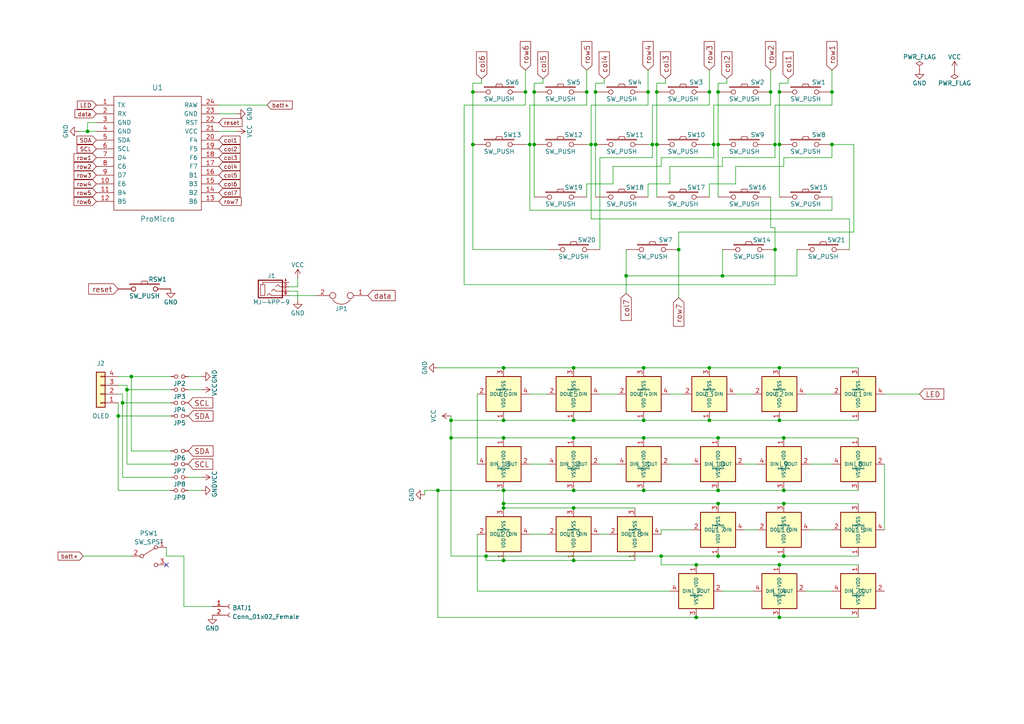
<source format=kicad_sch>
(kicad_sch (version 20230121) (generator eeschema)
  (paper "A4")
  (title_block (title "Corne Chocolate") (date "2018-11-16") (rev "2.0") (company "foostan"))
  (lib_symbols
    (symbol "Connector:Conn_01x02_Female" (pin_names (offset 1.016) hide)
      (property "Reference" "J" (at 0 2.54 0))
      (property "Value" "Conn_01x02_Female" (at 0 -5.08 0))
      (symbol "Conn_01x02_Female_1_1"
        (arc (start 0 -2.032) (mid -0.5058 -2.54) (end 0 -3.048) (stroke (width 0.1524)))
        (polyline (pts (xy -1.27 -2.54) (xy -0.508 -2.54)) (stroke (width 0.1524)))
        (polyline (pts (xy -1.27 0) (xy -0.508 0)) (stroke (width 0.1524)))
        (arc (start 0 0.508) (mid -0.5058 0) (end 0 -0.508) (stroke (width 0.1524)))
        (pin passive line (at -5.08 0 0) (length 3.81) (name "Pin_1") (number "1"))
        (pin passive line (at -5.08 -2.54 0) (length 3.81) (name "Pin_2") (number "2"))
      )
    )
    (symbol "Connector_Generic:Conn_01x04" (pin_names (offset 1.016) hide)
      (property "Reference" "J" (at 0 5.08 0))
      (property "Value" "Conn_01x04" (at 0 -7.62 0))
      (symbol "Conn_01x04_1_1"
        (rectangle (start -1.27 -4.953) (end 0 -5.207) (stroke (width 0.1524)))
        (rectangle (start -1.27 -2.413) (end 0 -2.667) (stroke (width 0.1524)))
        (rectangle (start -1.27 0.127) (end 0 -0.127) (stroke (width 0.1524)))
        (rectangle (start -1.27 2.667) (end 0 2.413) (stroke (width 0.1524)))
        (rectangle (start -1.27 3.81) (end 1.27 -6.35) (stroke (width 0.254)) (fill (type background)))
        (pin passive line (at -5.08 2.54 0) (length 3.81) (name "Pin_1") (number "1"))
        (pin passive line (at -5.08 0 0) (length 3.81) (name "Pin_2") (number "2"))
        (pin passive line (at -5.08 -2.54 0) (length 3.81) (name "Pin_3") (number "3"))
        (pin passive line (at -5.08 -5.08 0) (length 3.81) (name "Pin_4") (number "4"))
      )
    )
    (symbol "Switch:SW_SPDT" (pin_names (offset 0) hide)
      (property "Reference" "SW" (at 0 4.318 0))
      (property "Value" "SW_SPDT" (at 0 -5.08 0))
      (symbol "SW_SPDT_0_0"
        (circle (center -2.032 0) (radius 0.508))
        (circle (center 2.032 -2.54) (radius 0.508))
      )
      (symbol "SW_SPDT_0_1"
        (polyline (pts (xy -1.524 0.254) (xy 1.651 2.286)))
        (circle (center 2.032 2.54) (radius 0.508))
      )
      (symbol "SW_SPDT_1_1"
        (pin passive line (at 5.08 2.54 180) (length 2.54) (name "A") (number "1"))
        (pin passive line (at -5.08 0 0) (length 2.54) (name "B") (number "2"))
        (pin passive line (at 5.08 -2.54 180) (length 2.54) (name "C") (number "3"))
      )
    )
    (symbol "corne-chocolate-rescue:Jumper-Device" (pin_names (offset 0.762) hide)
      (property "Reference" "JP" (at 0 3.81 0))
      (property "Value" "Jumper-Device" (at 0 -2.032 0))
      (symbol "Jumper-Device_0_1"
        (circle (center -2.54 0) (radius 0.889))
        (arc (start 2.5146 1.27) (mid 0.0078 2.5097) (end -2.4892 1.27))
        (circle (center 2.54 0) (radius 0.889))
        (pin passive line (at -7.62 0 0) (length 4.191) (name "1") (number "1"))
        (pin passive line (at 7.62 0 180) (length 4.191) (name "2") (number "2"))
      )
    )
    (symbol "corne-chocolate-rescue:Jumper_NO_Small-Device" (pin_numbers hide) (pin_names (offset 0.762) hide)
      (property "Reference" "JP" (at 0 2.032 0))
      (property "Value" "Jumper_NO_Small-Device" (at 0.254 -1.524 0))
      (symbol "Jumper_NO_Small-Device_0_1"
        (circle (center -1.016 0) (radius 0.508))
        (circle (center 1.016 0) (radius 0.508))
        (pin passive line (at -2.54 0 0) (length 1.016) (name "1") (number "1"))
        (pin passive line (at 2.54 0 180) (length 1.016) (name "2") (number "2"))
      )
    )
    (symbol "corne-chocolate-rescue:MJ-4PP-9-kbd" (pin_names (offset 1.016))
      (property "Reference" "J" (at 0 3.81 0))
      (property "Value" "MJ-4PP-9-kbd" (at 0 -3.81 0))
      (symbol "MJ-4PP-9-kbd_0_1"
        (rectangle (start -1.905 -1.905) (end -3.175 1.27))
        (polyline (pts (xy -2.54 1.27) (xy -2.54 1.905) (xy 3.175 1.905)))
        (polyline (pts (xy -1.27 -1.905) (xy -0.635 -1.27) (xy 0 -1.905) (xy 3.175 -1.905)))
        (polyline (pts (xy 0 -0.635) (xy 0.635 0) (xy 1.27 -0.635) (xy 3.175 -0.635)))
        (polyline (pts (xy 1.27 0.635) (xy 1.905 1.27) (xy 2.54 0.635) (xy 3.175 0.635)))
        (rectangle (start 3.175 2.54) (end -3.81 -2.54) (stroke (width 0.3048)))
      )
      (symbol "MJ-4PP-9-kbd_1_1"
        (pin input line (at 5.08 1.905 180) (length 2.0066) (name "~") (number "A"))
        (pin input line (at 5.08 -1.905 180) (length 2.0066) (name "~") (number "B"))
        (pin input line (at 5.08 -0.635 180) (length 2.0066) (name "~") (number "C"))
        (pin input line (at 5.08 0.635 180) (length 2.0066) (name "~") (number "D"))
      )
    )
    (symbol "corne-chocolate-rescue:ProMicro-kbd" (pin_names (offset 1.016))
      (property "Reference" "U" (at 0 24.13 0))
      (property "Value" "ProMicro-kbd" (at 0 -13.97 0))
      (symbol "ProMicro-kbd_0_1"
        (rectangle (start -12.7 21.59) (end 12.7 -11.43))
      )
      (symbol "ProMicro-kbd_1_1"
        (pin bidirectional line (at -17.78 19.05 0) (length 5.08) (name "TX") (number "1"))
        (pin bidirectional line (at -17.78 -3.81 0) (length 5.08) (name "E6") (number "10"))
        (pin bidirectional line (at -17.78 -6.35 0) (length 5.08) (name "B4") (number "11"))
        (pin bidirectional line (at -17.78 -8.89 0) (length 5.08) (name "B5") (number "12"))
        (pin bidirectional line (at 17.78 -8.89 180) (length 5.08) (name "B6") (number "13"))
        (pin bidirectional line (at 17.78 -6.35 180) (length 5.08) (name "B2") (number "14"))
        (pin bidirectional line (at 17.78 -3.81 180) (length 5.08) (name "B3") (number "15"))
        (pin bidirectional line (at 17.78 -1.27 180) (length 5.08) (name "B1") (number "16"))
        (pin bidirectional line (at 17.78 1.27 180) (length 5.08) (name "F7") (number "17"))
        (pin bidirectional line (at 17.78 3.81 180) (length 5.08) (name "F6") (number "18"))
        (pin bidirectional line (at 17.78 6.35 180) (length 5.08) (name "F5") (number "19"))
        (pin bidirectional line (at -17.78 16.51 0) (length 5.08) (name "RX") (number "2"))
        (pin bidirectional line (at 17.78 8.89 180) (length 5.08) (name "F4") (number "20"))
        (pin power_in line (at 17.78 11.43 180) (length 5.08) (name "VCC") (number "21"))
        (pin input line (at 17.78 13.97 180) (length 5.08) (name "RST") (number "22"))
        (pin power_in line (at 17.78 16.51 180) (length 5.08) (name "GND") (number "23"))
        (pin power_out line (at 17.78 19.05 180) (length 5.08) (name "RAW") (number "24"))
        (pin power_in line (at -17.78 13.97 0) (length 5.08) (name "GND") (number "3"))
        (pin power_in line (at -17.78 11.43 0) (length 5.08) (name "GND") (number "4"))
        (pin bidirectional line (at -17.78 8.89 0) (length 5.08) (name "SDA") (number "5"))
        (pin bidirectional line (at -17.78 6.35 0) (length 5.08) (name "SCL") (number "6"))
        (pin bidirectional line (at -17.78 3.81 0) (length 5.08) (name "D4") (number "7"))
        (pin bidirectional line (at -17.78 1.27 0) (length 5.08) (name "C6") (number "8"))
        (pin bidirectional line (at -17.78 -1.27 0) (length 5.08) (name "D7") (number "9"))
      )
    )
    (symbol "corne-chocolate-rescue:SW_PUSH-kbd" (pin_numbers hide) (pin_names (offset 1.016) hide)
      (property "Reference" "SW" (at 3.81 2.794 0))
      (property "Value" "SW_PUSH-kbd" (at 0 -2.032 0))
      (symbol "SW_PUSH-kbd_0_1"
        (rectangle (start -4.318 1.27) (end 4.318 1.524))
        (polyline (pts (xy -1.016 1.524) (xy -0.762 2.286) (xy 0.762 2.286) (xy 1.016 1.524)))
        (pin passive inverted (at -7.62 0 0) (length 5.08) (name "1") (number "1"))
        (pin passive inverted (at 7.62 0 180) (length 5.08) (name "2") (number "2"))
      )
    )
    (symbol "kbd:YS-SK6812MINI-E" (pin_names (offset 1.016))
      (property "Reference" "LED" (at 2.54 -7.62 0))
      (property "Value" "YS-SK6812MINI-E" (at 6.35 -6.35 0))
      (symbol "YS-SK6812MINI-E_0_1"
        (rectangle (start -5.08 5.08) (end 5.08 -5.08) (stroke (width 0.254)) (fill (type background)))
      )
      (symbol "YS-SK6812MINI-E_1_1"
        (pin power_in line (at 0 7.62 270) (length 2.54) (name "VDD") (number "1"))
        (pin output line (at 7.62 0 180) (length 2.54) (name "DOUT") (number "2"))
        (pin power_in line (at 0 -7.62 90) (length 2.54) (name "VSS") (number "3"))
        (pin input line (at -7.62 0 0) (length 2.54) (name "DIN") (number "4"))
      )
    )
    (symbol "power:GND" (power) (pin_names (offset 0))
      (property "Value" "GND" (at 0 -3.81 0))
      (symbol "GND_0_1"
        (polyline (pts (xy 0 0) (xy 0 -1.27) (xy 1.27 -1.27) (xy 0 -2.54) (xy -1.27 -1.27) (xy 0 -1.27)))
      )
      (symbol "GND_1_1"
        (pin power_in line (at 0 0 270) (length 0) hide (name "GND") (number "1"))
      )
    )
    (symbol "power:PWR_FLAG" (power) (pin_numbers hide) (pin_names (offset 0) hide)
      (property "Value" "PWR_FLAG" (at 0 3.81 0))
      (symbol "PWR_FLAG_0_0"
        (pin power_out line (at 0 0 90) (length 0) (name "pwr") (number "1"))
      )
      (symbol "PWR_FLAG_0_1"
        (polyline (pts (xy 0 0) (xy 0 1.27) (xy -1.016 1.905) (xy 0 2.54) (xy 1.016 1.905) (xy 0 1.27)))
      )
    )
    (symbol "power:VCC" (power) (pin_names (offset 0))
      (property "Value" "VCC" (at 0 3.81 0))
      (symbol "VCC_0_1"
        (polyline (pts (xy -0.762 1.27) (xy 0 2.54)))
        (polyline (pts (xy 0 0) (xy 0 2.54)))
        (polyline (pts (xy 0 2.54) (xy 0.762 1.27)))
      )
      (symbol "VCC_1_1"
        (pin power_in line (at 0 0 90) (length 0) hide (name "VCC") (number "1"))
      )
    )
  )
  (junction (at 227.33 142.24))
  (junction (at 153.67 41.91))
  (junction (at 152.4 26.67))
  (junction (at 207.01 41.91))
  (junction (at 227.33 127))
  (junction (at 226.06 121.92))
  (junction (at 226.06 26.67))
  (junction (at 146.05 106.68))
  (junction (at 186.69 142.24))
  (junction (at 226.06 163.83))
  (junction (at 227.33 146.05))
  (junction (at 36.83 113.03))
  (junction (at 226.06 179.07))
  (junction (at 186.69 106.68))
  (junction (at 146.05 121.92))
  (junction (at 172.72 26.67))
  (junction (at 25.4 38.1))
  (junction (at 208.28 26.67))
  (junction (at 154.94 41.91))
  (junction (at 146.05 127))
  (junction (at 35.56 116.84))
  (junction (at 146.05 146.05))
  (junction (at 205.74 26.67))
  (junction (at 208.28 127))
  (junction (at 186.69 121.92))
  (junction (at 187.96 26.67))
  (junction (at 241.3 41.91))
  (junction (at 189.23 41.91))
  (junction (at 170.18 26.67))
  (junction (at 140.97 161.29))
  (junction (at 166.37 106.68))
  (junction (at 130.81 121.92))
  (junction (at 224.79 41.91))
  (junction (at 208.28 41.91))
  (junction (at 137.16 41.91))
  (junction (at 227.33 161.29))
  (junction (at 146.05 142.24))
  (junction (at 196.85 72.39))
  (junction (at 166.37 147.32))
  (junction (at 208.28 161.29))
  (junction (at 190.5 26.67))
  (junction (at 201.93 163.83))
  (junction (at 226.06 106.68))
  (junction (at 137.16 26.67))
  (junction (at 241.3 26.67))
  (junction (at 166.37 142.24))
  (junction (at 34.29 120.65))
  (junction (at 224.79 72.39))
  (junction (at 205.74 106.68))
  (junction (at 181.61 80.01))
  (junction (at 38.1 109.22))
  (junction (at 201.93 179.07))
  (junction (at 127 142.24))
  (junction (at 154.94 26.67))
  (junction (at 146.05 147.32))
  (junction (at 166.37 127))
  (junction (at 166.37 162.56))
  (junction (at 226.06 41.91))
  (junction (at 205.74 121.92))
  (junction (at 190.5 41.91))
  (junction (at 191.77 161.29))
  (junction (at 223.52 26.67))
  (junction (at 166.37 121.92))
  (junction (at 186.69 127))
  (junction (at 208.28 142.24))
  (junction (at 208.28 146.05))
  (junction (at 146.05 162.56))
  (junction (at 209.55 80.01))
  (junction (at 130.81 127))
  (junction (at 171.45 41.91))
  (junction (at 172.72 41.91))
  (no_connect (at 48.26 163.83))
  (wire (pts (xy 146.05 142.24) (xy 127 142.24)))
  (wire (pts (xy 210.82 24.13) (xy 208.28 24.13)))
  (wire (pts (xy 27.94 35.56) (xy 25.4 35.56)))
  (wire (pts (xy 177.8 53.34) (xy 170.18 53.34)))
  (wire (pts (xy 34.29 109.22) (xy 38.1 109.22)))
  (wire (pts (xy 49.53 116.84) (xy 35.56 116.84)))
  (wire (pts (xy 241.3 41.91) (xy 241.3 45.72)))
  (wire (pts (xy 134.62 30.48) (xy 134.62 82.55)))
  (wire (pts (xy 193.04 24.13) (xy 190.5 24.13)))
  (wire (pts (xy 191.77 45.72) (xy 191.77 48.26)))
  (wire (pts (xy 166.37 142.24) (xy 146.05 142.24)))
  (wire (pts (xy 137.16 26.67) (xy 137.16 41.91)))
  (wire (pts (xy 186.69 106.68) (xy 205.74 106.68)))
  (wire (pts (xy 223.52 66.04) (xy 224.79 66.04)))
  (wire (pts (xy 226.06 106.68) (xy 248.92 106.68)))
  (wire (pts (xy 24.13 161.29) (xy 38.1 161.29)))
  (wire (pts (xy 54.61 138.43) (xy 58.42 138.43)))
  (wire (pts (xy 241.3 20.32) (xy 241.3 26.67)))
  (wire (pts (xy 246.38 63.5) (xy 171.45 63.5)))
  (wire (pts (xy 83.82 85.725) (xy 91.44 85.725)))
  (wire (pts (xy 233.68 171.45) (xy 241.3 171.45)))
  (wire (pts (xy 227.33 161.29) (xy 208.28 161.29)))
  (wire (pts (xy 173.99 45.72) (xy 173.99 72.39)))
  (wire (pts (xy 241.3 45.72) (xy 227.33 45.72)))
  (wire (pts (xy 86.36 83.185) (xy 86.36 80.645)))
  (wire (pts (xy 256.54 134.62) (xy 256.54 153.67)))
  (wire (pts (xy 205.74 20.32) (xy 205.74 26.67)))
  (wire (pts (xy 248.92 161.29) (xy 227.33 161.29)))
  (wire (pts (xy 226.06 41.91) (xy 226.06 57.15)))
  (wire (pts (xy 139.7 24.13) (xy 137.16 24.13)))
  (wire (pts (xy 146.05 127) (xy 130.81 127)))
  (wire (pts (xy 189.23 45.72) (xy 173.99 45.72)))
  (wire (pts (xy 157.48 22.86) (xy 157.48 24.13)))
  (wire (pts (xy 166.37 121.92) (xy 146.05 121.92)))
  (wire (pts (xy 193.04 24.13) (xy 193.04 22.86)))
  (wire (pts (xy 54.61 113.03) (xy 58.42 113.03)))
  (wire (pts (xy 187.96 26.67) (xy 187.96 30.48)))
  (wire (pts (xy 241.3 60.96) (xy 241.3 57.15)))
  (wire (pts (xy 49.53 120.65) (xy 34.29 120.65)))
  (wire (pts (xy 187.96 20.32) (xy 187.96 26.67)))
  (wire (pts (xy 63.5 33.02) (xy 68.58 33.02)))
  (wire (pts (xy 189.23 30.48) (xy 189.23 41.91)))
  (wire (pts (xy 63.5 30.48) (xy 77.47 30.48)))
  (wire (pts (xy 209.55 45.72) (xy 209.55 48.26)))
  (wire (pts (xy 187.96 30.48) (xy 171.45 30.48)))
  (wire (pts (xy 166.37 106.68) (xy 186.69 106.68)))
  (wire (pts (xy 63.5 38.1) (xy 68.58 38.1)))
  (wire (pts (xy 208.28 146.05) (xy 146.05 146.05)))
  (wire (pts (xy 213.36 114.3) (xy 218.44 114.3)))
  (wire (pts (xy 36.83 111.76) (xy 36.83 113.03)))
  (wire (pts (xy 54.61 109.22) (xy 58.42 109.22)))
  (wire (pts (xy 48.26 161.29) (xy 53.34 161.29)))
  (wire (pts (xy 130.81 127) (xy 130.81 161.29)))
  (wire (pts (xy 189.23 41.91) (xy 187.96 41.91)))
  (wire (pts (xy 208.28 24.13) (xy 208.28 26.67)))
  (wire (pts (xy 208.28 41.91) (xy 208.28 57.15)))
  (wire (pts (xy 226.06 121.92) (xy 205.74 121.92)))
  (wire (pts (xy 190.5 24.13) (xy 190.5 26.67)))
  (wire (pts (xy 173.99 134.62) (xy 179.07 134.62)))
  (wire (pts (xy 196.85 67.31) (xy 247.65 67.31)))
  (wire (pts (xy 34.29 114.3) (xy 35.56 114.3)))
  (wire (pts (xy 35.56 114.3) (xy 35.56 116.84)))
  (wire (pts (xy 153.67 154.94) (xy 158.75 154.94)))
  (wire (pts (xy 154.94 41.91) (xy 154.94 57.15)))
  (wire (pts (xy 48.26 158.75) (xy 48.26 161.29)))
  (wire (pts (xy 210.82 22.86) (xy 210.82 24.13)))
  (wire (pts (xy 248.92 127) (xy 227.33 127)))
  (wire (pts (xy 246.38 72.39) (xy 246.38 63.5)))
  (wire (pts (xy 226.06 24.13) (xy 226.06 26.67)))
  (wire (pts (xy 152.4 20.32) (xy 152.4 26.67)))
  (wire (pts (xy 36.83 113.03) (xy 36.83 134.62)))
  (wire (pts (xy 227.33 48.26) (xy 213.36 48.26)))
  (wire (pts (xy 153.67 114.3) (xy 158.75 114.3)))
  (wire (pts (xy 227.33 45.72) (xy 227.33 48.26)))
  (wire (pts (xy 181.61 85.09) (xy 181.61 80.01)))
  (wire (pts (xy 137.16 72.39) (xy 137.16 41.91)))
  (wire (pts (xy 207.01 45.72) (xy 191.77 45.72)))
  (wire (pts (xy 38.1 109.22) (xy 38.1 130.81)))
  (wire (pts (xy 140.97 161.29) (xy 130.81 161.29)))
  (wire (pts (xy 86.36 84.455) (xy 86.36 86.995)))
  (wire (pts (xy 175.26 22.86) (xy 175.26 24.13)))
  (wire (pts (xy 172.72 24.13) (xy 172.72 26.67)))
  (wire (pts (xy 208.28 161.29) (xy 191.77 161.29)))
  (wire (pts (xy 184.15 147.32) (xy 166.37 147.32)))
  (wire (pts (xy 205.74 53.34) (xy 205.74 57.15)))
  (wire (pts (xy 226.06 179.07) (xy 201.93 179.07)))
  (wire (pts (xy 223.52 26.67) (xy 223.52 30.48)))
  (wire (pts (xy 228.6 22.86) (xy 228.6 24.13)))
  (wire (pts (xy 209.55 171.45) (xy 218.44 171.45)))
  (wire (pts (xy 224.79 82.55) (xy 224.79 72.39)))
  (wire (pts (xy 137.16 24.13) (xy 137.16 26.67)))
  (wire (pts (xy 146.05 142.24) (xy 146.05 146.05)))
  (wire (pts (xy 223.52 20.32) (xy 223.52 26.67)))
  (wire (pts (xy 152.4 30.48) (xy 134.62 30.48)))
  (wire (pts (xy 138.43 171.45) (xy 194.31 171.45)))
  (wire (pts (xy 166.37 162.56) (xy 146.05 162.56)))
  (wire (pts (xy 194.31 134.62) (xy 200.66 134.62)))
  (wire (pts (xy 209.55 72.39) (xy 209.55 80.01)))
  (wire (pts (xy 186.69 127) (xy 166.37 127)))
  (wire (pts (xy 134.62 82.55) (xy 224.79 82.55)))
  (wire (pts (xy 191.77 48.26) (xy 177.8 48.26)))
  (wire (pts (xy 233.68 114.3) (xy 241.3 114.3)))
  (wire (pts (xy 208.28 127) (xy 186.69 127)))
  (wire (pts (xy 130.81 121.92) (xy 130.81 127)))
  (wire (pts (xy 256.54 114.3) (xy 266.7 114.3)))
  (wire (pts (xy 181.61 80.01) (xy 209.55 80.01)))
  (wire (pts (xy 154.94 26.67) (xy 154.94 41.91)))
  (wire (pts (xy 241.3 30.48) (xy 224.79 30.48)))
  (wire (pts (xy 248.92 121.92) (xy 226.06 121.92)))
  (wire (pts (xy 138.43 154.94) (xy 138.43 171.45)))
  (wire (pts (xy 157.48 24.13) (xy 154.94 24.13)))
  (wire (pts (xy 248.92 146.05) (xy 227.33 146.05)))
  (wire (pts (xy 34.29 116.84) (xy 34.29 120.65)))
  (wire (pts (xy 152.4 26.67) (xy 152.4 30.48)))
  (wire (pts (xy 53.34 161.29) (xy 53.34 175.895)))
  (wire (pts (xy 184.15 162.56) (xy 166.37 162.56)))
  (wire (pts (xy 248.92 163.83) (xy 226.06 163.83)))
  (wire (pts (xy 38.1 109.22) (xy 49.53 109.22)))
  (wire (pts (xy 227.33 142.24) (xy 208.28 142.24)))
  (wire (pts (xy 25.4 35.56) (xy 25.4 38.1)))
  (wire (pts (xy 190.5 26.67) (xy 190.5 41.91)))
  (wire (pts (xy 146.05 106.68) (xy 166.37 106.68)))
  (wire (pts (xy 215.9 153.67) (xy 219.71 153.67)))
  (wire (pts (xy 191.77 153.67) (xy 191.77 154.94)))
  (wire (pts (xy 207.01 41.91) (xy 205.74 41.91)))
  (wire (pts (xy 209.55 48.26) (xy 194.31 48.26)))
  (wire (pts (xy 207.01 30.48) (xy 207.01 41.91)))
  (wire (pts (xy 234.95 134.62) (xy 241.3 134.62)))
  (wire (pts (xy 234.95 153.67) (xy 241.3 153.67)))
  (wire (pts (xy 83.82 83.185) (xy 86.36 83.185)))
  (wire (pts (xy 186.69 121.92) (xy 166.37 121.92)))
  (wire (pts (xy 205.74 26.67) (xy 205.74 30.48)))
  (wire (pts (xy 201.93 179.07) (xy 127 179.07)))
  (wire (pts (xy 153.67 60.96) (xy 241.3 60.96)))
  (wire (pts (xy 140.97 162.56) (xy 140.97 161.29)))
  (wire (pts (xy 231.14 72.39) (xy 231.14 80.01)))
  (wire (pts (xy 194.31 114.3) (xy 198.12 114.3)))
  (wire (pts (xy 213.36 53.34) (xy 205.74 53.34)))
  (wire (pts (xy 138.43 114.3) (xy 138.43 134.62)))
  (wire (pts (xy 213.36 48.26) (xy 213.36 53.34)))
  (wire (pts (xy 190.5 41.91) (xy 190.5 57.15)))
  (wire (pts (xy 170.18 30.48) (xy 153.67 30.48)))
  (wire (pts (xy 226.06 26.67) (xy 226.06 41.91)))
  (wire (pts (xy 224.79 66.04) (xy 224.79 72.39)))
  (wire (pts (xy 175.26 24.13) (xy 172.72 24.13)))
  (wire (pts (xy 170.18 53.34) (xy 170.18 57.15)))
  (wire (pts (xy 215.9 134.62) (xy 219.71 134.62)))
  (wire (pts (xy 172.72 41.91) (xy 172.72 57.15)))
  (wire (pts (xy 146.05 121.92) (xy 130.81 121.92)))
  (wire (pts (xy 127 179.07) (xy 127 142.24)))
  (wire (pts (xy 177.8 48.26) (xy 177.8 53.34)))
  (wire (pts (xy 205.74 121.92) (xy 186.69 121.92)))
  (wire (pts (xy 172.72 26.67) (xy 172.72 41.91)))
  (wire (pts (xy 187.96 53.34) (xy 187.96 57.15)))
  (wire (pts (xy 205.74 106.68) (xy 226.06 106.68)))
  (wire (pts (xy 83.82 84.455) (xy 86.36 84.455)))
  (wire (pts (xy 49.53 113.03) (xy 36.83 113.03)))
  (wire (pts (xy 248.92 179.07) (xy 226.06 179.07)))
  (wire (pts (xy 170.18 26.67) (xy 170.18 30.48)))
  (wire (pts (xy 209.55 80.01) (xy 231.14 80.01)))
  (wire (pts (xy 34.29 111.76) (xy 36.83 111.76)))
  (wire (pts (xy 153.67 30.48) (xy 153.67 41.91)))
  (wire (pts (xy 191.77 163.83) (xy 191.77 161.29)))
  (wire (pts (xy 226.06 163.83) (xy 201.93 163.83)))
  (wire (pts (xy 223.52 30.48) (xy 207.01 30.48)))
  (wire (pts (xy 223.52 57.15) (xy 223.52 66.04)))
  (wire (pts (xy 224.79 41.91) (xy 223.52 41.91)))
  (wire (pts (xy 227.33 127) (xy 208.28 127)))
  (wire (pts (xy 34.29 142.24) (xy 49.53 142.24)))
  (wire (pts (xy 166.37 147.32) (xy 146.05 147.32)))
  (wire (pts (xy 153.67 41.91) (xy 153.67 60.96)))
  (wire (pts (xy 173.99 114.3) (xy 179.07 114.3)))
  (wire (pts (xy 154.94 24.13) (xy 154.94 26.67)))
  (wire (pts (xy 201.93 163.83) (xy 191.77 163.83)))
  (wire (pts (xy 146.05 162.56) (xy 140.97 162.56)))
  (wire (pts (xy 22.86 38.1) (xy 25.4 38.1)))
  (wire (pts (xy 153.67 41.91) (xy 152.4 41.91)))
  (wire (pts (xy 38.1 130.81) (xy 49.53 130.81)))
  (wire (pts (xy 158.75 72.39) (xy 137.16 72.39)))
  (wire (pts (xy 171.45 41.91) (xy 171.45 63.5)))
  (wire (pts (xy 127 142.24) (xy 123.19 142.24)))
  (wire (pts (xy 208.28 26.67) (xy 208.28 41.91)))
  (wire (pts (xy 170.18 20.32) (xy 170.18 26.67)))
  (wire (pts (xy 34.29 120.65) (xy 34.29 142.24)))
  (wire (pts (xy 54.61 142.24) (xy 58.42 142.24)))
  (wire (pts (xy 53.34 175.895) (xy 61.595 175.895)))
  (wire (pts (xy 205.74 30.48) (xy 189.23 30.48)))
  (wire (pts (xy 146.05 146.05) (xy 146.05 147.32)))
  (wire (pts (xy 139.7 22.86) (xy 139.7 24.13)))
  (wire (pts (xy 241.3 26.67) (xy 241.3 30.48)))
  (wire (pts (xy 191.77 161.29) (xy 140.97 161.29)))
  (wire (pts (xy 127 106.68) (xy 146.05 106.68)))
  (wire (pts (xy 166.37 127) (xy 146.05 127)))
  (wire (pts (xy 224.79 30.48) (xy 224.79 41.91)))
  (wire (pts (xy 194.31 53.34) (xy 187.96 53.34)))
  (wire (pts (xy 171.45 30.48) (xy 171.45 41.91)))
  (wire (pts (xy 123.19 142.24) (xy 123.19 143.51)))
  (wire (pts (xy 207.01 41.91) (xy 207.01 45.72)))
  (wire (pts (xy 189.23 41.91) (xy 189.23 45.72)))
  (wire (pts (xy 25.4 38.1) (xy 27.94 38.1)))
  (wire (pts (xy 173.99 154.94) (xy 176.53 154.94)))
  (wire (pts (xy 200.66 153.67) (xy 191.77 153.67)))
  (wire (pts (xy 181.61 72.39) (xy 181.61 80.01)))
  (wire (pts (xy 194.31 48.26) (xy 194.31 53.34)))
  (wire (pts (xy 36.83 134.62) (xy 49.53 134.62)))
  (wire (pts (xy 130.81 121.92) (xy 130.81 120.65)))
  (wire (pts (xy 196.85 72.39) (xy 196.85 86.36)))
  (wire (pts (xy 171.45 41.91) (xy 170.18 41.91)))
  (wire (pts (xy 248.92 142.24) (xy 227.33 142.24)))
  (wire (pts (xy 224.79 45.72) (xy 209.55 45.72)))
  (wire (pts (xy 196.85 72.39) (xy 196.85 67.31)))
  (wire (pts (xy 153.67 134.62) (xy 158.75 134.62)))
  (wire (pts (xy 208.28 142.24) (xy 186.69 142.24)))
  (wire (pts (xy 186.69 142.24) (xy 166.37 142.24)))
  (wire (pts (xy 227.33 146.05) (xy 208.28 146.05)))
  (wire (pts (xy 247.65 41.91) (xy 241.3 41.91)))
  (wire (pts (xy 247.65 67.31) (xy 247.65 41.91)))
  (wire (pts (xy 35.56 116.84) (xy 35.56 138.43)))
  (wire (pts (xy 228.6 24.13) (xy 226.06 24.13)))
  (wire (pts (xy 35.56 138.43) (xy 49.53 138.43)))
  (wire (pts (xy 224.79 41.91) (xy 224.79 45.72)))
  (global_label "row3" (shape input) (at 205.74 20.32 90) (effects (font (size 1.524 1.524))) (property "Intersheetrefs" "${INTERSHEET_REFS}" (effects hide)))
  (global_label "col6" (shape input) (at 63.5 53.34 0) (effects (font (size 1.1938 1.1938))) (property "Intersheetrefs" "${INTERSHEET_REFS}" (effects hide)))
  (global_label "data" (shape input) (at 27.94 33.02 180) (effects (font (size 1.1938 1.1938))) (property "Intersheetrefs" "${INTERSHEET_REFS}" (effects hide)))
  (global_label "row6" (shape input) (at 152.4 20.32 90) (effects (font (size 1.524 1.524))) (property "Intersheetrefs" "${INTERSHEET_REFS}" (effects hide)))
  (global_label "SDA" (shape input) (at 54.61 130.81 0) (effects (font (size 1.524 1.524))) (property "Intersheetrefs" "${INTERSHEET_REFS}" (effects hide)))
  (global_label "col7" (shape input) (at 63.5 55.88 0) (effects (font (size 1.1938 1.1938))) (property "Intersheetrefs" "${INTERSHEET_REFS}" (effects hide)))
  (global_label "col2" (shape input) (at 210.82 22.86 90) (effects (font (size 1.524 1.524))) (property "Intersheetrefs" "${INTERSHEET_REFS}" (effects hide)))
  (global_label "SDA" (shape input) (at 54.61 120.65 0) (effects (font (size 1.524 1.524))) (property "Intersheetrefs" "${INTERSHEET_REFS}" (effects hide)))
  (global_label "data" (shape input) (at 106.68 85.725 0) (effects (font (size 1.524 1.524))) (property "Intersheetrefs" "${INTERSHEET_REFS}" (effects hide)))
  (global_label "col4" (shape input) (at 175.26 22.86 90) (effects (font (size 1.524 1.524))) (property "Intersheetrefs" "${INTERSHEET_REFS}" (effects hide)))
  (global_label "LED" (shape input) (at 266.7 114.3 0) (effects (font (size 1.524 1.524))) (property "Intersheetrefs" "${INTERSHEET_REFS}" (effects hide)))
  (global_label "row1" (shape input) (at 241.3 20.32 90) (effects (font (size 1.524 1.524))) (property "Intersheetrefs" "${INTERSHEET_REFS}" (effects hide)))
  (global_label "col1" (shape input) (at 228.6 22.86 90) (effects (font (size 1.524 1.524))) (property "Intersheetrefs" "${INTERSHEET_REFS}" (effects hide)))
  (global_label "reset" (shape input) (at 34.29 83.82 180) (effects (font (size 1.524 1.524))) (property "Intersheetrefs" "${INTERSHEET_REFS}" (effects hide)))
  (global_label "row3" (shape input) (at 27.94 50.8 180) (effects (font (size 1.1938 1.1938))) (property "Intersheetrefs" "${INTERSHEET_REFS}" (effects hide)))
  (global_label "batt+" (shape input) (at 77.47 30.48 0) (effects (font (size 1.1938 1.1938))) (property "Intersheetrefs" "${INTERSHEET_REFS}" (effects hide)))
  (global_label "col5" (shape input) (at 63.5 50.8 0) (effects (font (size 1.1938 1.1938))) (property "Intersheetrefs" "${INTERSHEET_REFS}" (effects hide)))
  (global_label "row4" (shape input) (at 27.94 53.34 180) (effects (font (size 1.1938 1.1938))) (property "Intersheetrefs" "${INTERSHEET_REFS}" (effects hide)))
  (global_label "col7" (shape input) (at 181.61 85.09 270) (effects (font (size 1.524 1.524))) (property "Intersheetrefs" "${INTERSHEET_REFS}" (effects hide)))
  (global_label "LED" (shape input) (at 27.94 30.48 180) (effects (font (size 1.1938 1.1938))) (property "Intersheetrefs" "${INTERSHEET_REFS}" (effects hide)))
  (global_label "row5" (shape input) (at 170.18 20.32 90) (effects (font (size 1.524 1.524))) (property "Intersheetrefs" "${INTERSHEET_REFS}" (effects hide)))
  (global_label "col5" (shape input) (at 157.48 22.86 90) (effects (font (size 1.524 1.524))) (property "Intersheetrefs" "${INTERSHEET_REFS}" (effects hide)))
  (global_label "SCL" (shape input) (at 27.94 43.18 180) (effects (font (size 1.1938 1.1938))) (property "Intersheetrefs" "${INTERSHEET_REFS}" (effects hide)))
  (global_label "row2" (shape input) (at 223.52 20.32 90) (effects (font (size 1.524 1.524))) (property "Intersheetrefs" "${INTERSHEET_REFS}" (effects hide)))
  (global_label "col6" (shape input) (at 139.7 22.86 90) (effects (font (size 1.524 1.524))) (property "Intersheetrefs" "${INTERSHEET_REFS}" (effects hide)))
  (global_label "SCL" (shape input) (at 54.61 116.84 0) (effects (font (size 1.524 1.524))) (property "Intersheetrefs" "${INTERSHEET_REFS}" (effects hide)))
  (global_label "col2" (shape input) (at 63.5 43.18 0) (effects (font (size 1.1938 1.1938))) (property "Intersheetrefs" "${INTERSHEET_REFS}" (effects hide)))
  (global_label "SCL" (shape input) (at 54.61 134.62 0) (effects (font (size 1.524 1.524))) (property "Intersheetrefs" "${INTERSHEET_REFS}" (effects hide)))
  (global_label "reset" (shape input) (at 63.5 35.56 0) (effects (font (size 1.1938 1.1938))) (property "Intersheetrefs" "${INTERSHEET_REFS}" (effects hide)))
  (global_label "row7" (shape input) (at 196.85 86.36 270) (effects (font (size 1.524 1.524))) (property "Intersheetrefs" "${INTERSHEET_REFS}" (effects hide)))
  (global_label "row7" (shape input) (at 63.5 58.42 0) (effects (font (size 1.1938 1.1938))) (property "Intersheetrefs" "${INTERSHEET_REFS}" (effects hide)))
  (global_label "col4" (shape input) (at 63.5 48.26 0) (effects (font (size 1.1938 1.1938))) (property "Intersheetrefs" "${INTERSHEET_REFS}" (effects hide)))
  (global_label "batt+" (shape input) (at 24.13 161.29 180) (effects (font (size 1.1938 1.1938))) (property "Intersheetrefs" "${INTERSHEET_REFS}" (effects hide)))
  (global_label "row5" (shape input) (at 27.94 55.88 180) (effects (font (size 1.1938 1.1938))) (property "Intersheetrefs" "${INTERSHEET_REFS}" (effects hide)))
  (global_label "row6" (shape input) (at 27.94 58.42 180) (effects (font (size 1.1938 1.1938))) (property "Intersheetrefs" "${INTERSHEET_REFS}" (effects hide)))
  (global_label "col3" (shape input) (at 63.5 45.72 0) (effects (font (size 1.1938 1.1938))) (property "Intersheetrefs" "${INTERSHEET_REFS}" (effects hide)))
  (global_label "col1" (shape input) (at 63.5 40.64 0) (effects (font (size 1.1938 1.1938))) (property "Intersheetrefs" "${INTERSHEET_REFS}" (effects hide)))
  (global_label "SDA" (shape input) (at 27.94 40.64 180) (effects (font (size 1.1938 1.1938))) (property "Intersheetrefs" "${INTERSHEET_REFS}" (effects hide)))
  (global_label "row2" (shape input) (at 27.94 48.26 180) (effects (font (size 1.1938 1.1938))) (property "Intersheetrefs" "${INTERSHEET_REFS}" (effects hide)))
  (global_label "row4" (shape input) (at 187.96 20.32 90) (effects (font (size 1.524 1.524))) (property "Intersheetrefs" "${INTERSHEET_REFS}" (effects hide)))
  (global_label "row1" (shape input) (at 27.94 45.72 180) (effects (font (size 1.1938 1.1938))) (property "Intersheetrefs" "${INTERSHEET_REFS}" (effects hide)))
  (global_label "col3" (shape input) (at 193.04 22.86 90) (effects (font (size 1.524 1.524))) (property "Intersheetrefs" "${INTERSHEET_REFS}" (effects hide)))
  (symbol (lib_id "corne-chocolate-rescue:ProMicro-kbd") (at 45.72 49.53 0) (unit 1)
    (property "Reference" "U1" (at 45.72 25.4 0) (effects (font (size 1.524 1.524))))
    (property "Value" "ProMicro" (at 45.72 63.5 0) (effects (font (size 1.524 1.524))))
    (property "Footprint" "kbd:ProMicro_v2" (effects hide))
  )
  (symbol (lib_id "corne-chocolate-rescue:SW_PUSH-kbd") (at 162.56 26.67 0) (unit 1)
    (property "Reference" "SW5" (at 166.37 23.876 0))
    (property "Value" "SW_PUSH" (at 162.56 28.702 0))
    (property "Footprint" "MyLibrary:Choc_Hotswap" (effects hide))
  )
  (symbol (lib_id "corne-chocolate-rescue:SW_PUSH-kbd") (at 180.34 26.67 0) (unit 1)
    (property "Reference" "SW4" (at 184.15 23.876 0))
    (property "Value" "SW_PUSH" (at 180.34 28.702 0))
    (property "Footprint" "MyLibrary:Choc_Hotswap" (effects hide))
  )
  (symbol (lib_id "corne-chocolate-rescue:SW_PUSH-kbd") (at 198.12 26.67 0) (unit 1)
    (property "Reference" "SW3" (at 201.93 23.876 0))
    (property "Value" "SW_PUSH" (at 198.12 28.702 0))
    (property "Footprint" "MyLibrary:Choc_Hotswap" (effects hide))
  )
  (symbol (lib_id "corne-chocolate-rescue:SW_PUSH-kbd") (at 215.9 26.67 0) (unit 1)
    (property "Reference" "SW2" (at 219.71 23.876 0))
    (property "Value" "SW_PUSH" (at 215.9 28.702 0))
    (property "Footprint" "MyLibrary:Choc_Hotswap" (effects hide))
  )
  (symbol (lib_id "corne-chocolate-rescue:SW_PUSH-kbd") (at 233.68 26.67 0) (unit 1)
    (property "Reference" "SW1" (at 237.49 23.876 0))
    (property "Value" "SW_PUSH" (at 233.68 28.702 0))
    (property "Footprint" "MyLibrary:Choc_Hotswap" (effects hide))
  )
  (symbol (lib_id "corne-chocolate-rescue:SW_PUSH-kbd") (at 144.78 26.67 0) (unit 1)
    (property "Reference" "SW6" (at 148.59 23.876 0))
    (property "Value" "SW_PUSH" (at 144.78 28.702 0))
    (property "Footprint" "MyLibrary:Choc_Hotswap" (effects hide))
  )
  (symbol (lib_id "corne-chocolate-rescue:SW_PUSH-kbd") (at 162.56 41.91 0) (unit 1)
    (property "Reference" "SW12" (at 166.37 39.116 0))
    (property "Value" "SW_PUSH" (at 162.56 43.942 0))
    (property "Footprint" "MyLibrary:Choc_Hotswap" (effects hide))
  )
  (symbol (lib_id "corne-chocolate-rescue:SW_PUSH-kbd") (at 180.34 41.91 0) (unit 1)
    (property "Reference" "SW11" (at 184.15 39.116 0))
    (property "Value" "SW_PUSH" (at 180.34 43.942 0))
    (property "Footprint" "MyLibrary:Choc_Hotswap" (effects hide))
  )
  (symbol (lib_id "corne-chocolate-rescue:SW_PUSH-kbd") (at 198.12 41.91 0) (unit 1)
    (property "Reference" "SW10" (at 201.93 39.116 0))
    (property "Value" "SW_PUSH" (at 198.12 43.942 0))
    (property "Footprint" "MyLibrary:Choc_Hotswap" (effects hide))
  )
  (symbol (lib_id "corne-chocolate-rescue:SW_PUSH-kbd") (at 215.9 41.91 0) (unit 1)
    (property "Reference" "SW9" (at 219.71 39.116 0))
    (property "Value" "SW_PUSH" (at 215.9 43.942 0))
    (property "Footprint" "MyLibrary:Choc_Hotswap" (effects hide))
  )
  (symbol (lib_id "corne-chocolate-rescue:SW_PUSH-kbd") (at 233.68 41.91 0) (unit 1)
    (property "Reference" "SW8" (at 237.49 39.116 0))
    (property "Value" "SW_PUSH" (at 233.68 43.942 0))
    (property "Footprint" "MyLibrary:Choc_Hotswap" (effects hide))
  )
  (symbol (lib_id "corne-chocolate-rescue:SW_PUSH-kbd") (at 144.78 41.91 0) (unit 1)
    (property "Reference" "SW13" (at 148.59 39.116 0))
    (property "Value" "SW_PUSH" (at 144.78 43.942 0))
    (property "Footprint" "MyLibrary:Choc_Hotswap" (effects hide))
  )
  (symbol (lib_id "corne-chocolate-rescue:SW_PUSH-kbd") (at 162.56 57.15 0) (unit 1)
    (property "Reference" "SW19" (at 166.37 54.356 0))
    (property "Value" "SW_PUSH" (at 162.56 59.182 0))
    (property "Footprint" "MyLibrary:Choc_Hotswap" (effects hide))
  )
  (symbol (lib_id "corne-chocolate-rescue:SW_PUSH-kbd") (at 180.34 57.15 0) (unit 1)
    (property "Reference" "SW18" (at 184.15 54.356 0))
    (property "Value" "SW_PUSH" (at 180.34 59.182 0))
    (property "Footprint" "MyLibrary:Choc_Hotswap" (effects hide))
  )
  (symbol (lib_id "corne-chocolate-rescue:SW_PUSH-kbd") (at 198.12 57.15 0) (unit 1)
    (property "Reference" "SW17" (at 201.93 54.356 0))
    (property "Value" "SW_PUSH" (at 198.12 59.182 0))
    (property "Footprint" "MyLibrary:Choc_Hotswap" (effects hide))
  )
  (symbol (lib_id "corne-chocolate-rescue:SW_PUSH-kbd") (at 215.9 57.15 0) (unit 1)
    (property "Reference" "SW16" (at 219.71 54.356 0))
    (property "Value" "SW_PUSH" (at 215.9 59.182 0))
    (property "Footprint" "MyLibrary:Choc_Hotswap" (effects hide))
  )
  (symbol (lib_id "corne-chocolate-rescue:SW_PUSH-kbd") (at 233.68 57.15 0) (unit 1)
    (property "Reference" "SW15" (at 237.49 54.356 0))
    (property "Value" "SW_PUSH" (at 233.68 59.182 0))
    (property "Footprint" "MyLibrary:Choc_Hotswap" (effects hide))
  )
  (symbol (lib_id "corne-chocolate-rescue:SW_PUSH-kbd") (at 166.37 72.39 0) (unit 1)
    (property "Reference" "SW20" (at 170.18 69.596 0))
    (property "Value" "SW_PUSH" (at 166.37 74.422 0))
    (property "Footprint" "MyLibrary:Choc_Hotswap" (effects hide))
  )
  (symbol (lib_id "corne-chocolate-rescue:SW_PUSH-kbd") (at 238.76 72.39 0) (unit 1)
    (property "Reference" "SW21" (at 242.57 69.596 0))
    (property "Value" "SW_PUSH" (at 238.76 74.422 0))
    (property "Footprint" "MyLibrary:Choc_Hotswap" (effects hide))
  )
  (symbol (lib_id "corne-chocolate-rescue:SW_PUSH-kbd") (at 189.23 72.39 0) (unit 1)
    (property "Reference" "SW7" (at 193.04 69.596 0))
    (property "Value" "SW_PUSH" (at 189.23 74.422 0))
    (property "Footprint" "MyLibrary:Choc_Hotswap" (effects hide))
  )
  (symbol (lib_id "corne-chocolate-rescue:SW_PUSH-kbd") (at 217.17 72.39 0) (unit 1)
    (property "Reference" "SW14" (at 220.98 69.596 0))
    (property "Value" "SW_PUSH" (at 217.17 74.422 0))
    (property "Footprint" "MyLibrary:Choc_Hotswap_1.5u" (effects hide))
  )
  (symbol (lib_id "power:GND") (at 68.58 33.02 90) (unit 1)
    (property "Reference" "#PWR01" (effects hide))
    (property "Value" "GND" (at 72.39 33.02 0))
  )
  (symbol (lib_id "power:VCC") (at 68.58 38.1 270) (unit 1)
    (property "Reference" "#PWR023" (effects hide))
    (property "Value" "VCC" (at 72.39 38.1 0))
  )
  (symbol (lib_id "power:GND") (at 22.86 38.1 270) (unit 1)
    (property "Reference" "#PWR02" (effects hide))
    (property "Value" "GND" (at 19.05 38.1 0))
  )
  (symbol (lib_id "power:GND") (at 266.7 20.32 0) (unit 1)
    (property "Reference" "#PWR03" (effects hide))
    (property "Value" "GND" (at 266.7 24.13 0))
  )
  (symbol (lib_id "power:VCC") (at 276.86 20.32 0) (unit 1)
    (property "Reference" "#PWR04" (effects hide))
    (property "Value" "VCC" (at 276.86 16.51 0))
  )
  (symbol (lib_id "power:PWR_FLAG") (at 276.86 20.32 180) (unit 1)
    (property "Reference" "#FLG05" (effects hide))
    (property "Value" "PWR_FLAG" (at 276.86 24.13 0))
  )
  (symbol (lib_id "power:PWR_FLAG") (at 266.7 20.32 0) (unit 1)
    (property "Reference" "#FLG06" (effects hide))
    (property "Value" "PWR_FLAG" (at 266.7 16.51 0))
  )
  (symbol (lib_id "corne-chocolate-rescue:SW_PUSH-kbd") (at 41.91 83.82 0) (unit 1)
    (property "Reference" "RSW1" (at 45.72 81.026 0))
    (property "Value" "SW_PUSH" (at 41.91 85.852 0))
    (property "Footprint" "kbd:ResetSW" (effects hide))
  )
  (symbol (lib_id "power:GND") (at 49.53 83.82 0) (unit 1)
    (property "Reference" "#PWR07" (effects hide))
    (property "Value" "GND" (at 49.53 87.63 0))
  )
  (symbol (lib_id "kbd:YS-SK6812MINI-E") (at 166.37 114.3 180) (unit 1)
    (property "Reference" "L5" (at 166.37 114.3 0) (effects (font (size 1.4986 1.4986))))
    (property "Value" "SK6812MINI" (at 166.37 113.03 0) (effects (font (size 0.4064 0.4064))))
    (property "Footprint" "kbd:YS-SK6812MINI-E" (effects hide))
  )
  (symbol (lib_id "kbd:YS-SK6812MINI-E") (at 186.69 114.3 180) (unit 1)
    (property "Reference" "L4" (at 186.69 114.3 0) (effects (font (size 1.4986 1.4986))))
    (property "Value" "SK6812MINI" (at 186.69 113.03 0) (effects (font (size 0.4064 0.4064))))
    (property "Footprint" "kbd:YS-SK6812MINI-E" (effects hide))
  )
  (symbol (lib_id "kbd:YS-SK6812MINI-E") (at 205.74 114.3 180) (unit 1)
    (property "Reference" "L3" (at 205.74 114.3 0) (effects (font (size 1.4986 1.4986))))
    (property "Value" "SK6812MINI" (at 205.74 113.03 0) (effects (font (size 0.4064 0.4064))))
    (property "Footprint" "kbd:YS-SK6812MINI-E" (effects hide))
  )
  (symbol (lib_id "kbd:YS-SK6812MINI-E") (at 226.06 114.3 180) (unit 1)
    (property "Reference" "L2" (at 226.06 114.3 0) (effects (font (size 1.4986 1.4986))))
    (property "Value" "SK6812MINI" (at 226.06 113.03 0) (effects (font (size 0.4064 0.4064))))
    (property "Footprint" "kbd:YS-SK6812MINI-E" (effects hide))
  )
  (symbol (lib_id "kbd:YS-SK6812MINI-E") (at 248.92 114.3 180) (unit 1)
    (property "Reference" "L1" (at 248.92 114.3 0) (effects (font (size 1.4986 1.4986))))
    (property "Value" "SK6812MINI" (at 248.92 113.03 0) (effects (font (size 0.4064 0.4064))))
    (property "Footprint" "kbd:YS-SK6812MINI-E" (effects hide))
  )
  (symbol (lib_id "kbd:YS-SK6812MINI-E") (at 146.05 114.3 180) (unit 1)
    (property "Reference" "L6" (at 146.05 114.3 0) (effects (font (size 1.4986 1.4986))))
    (property "Value" "SK6812MINI-e" (at 146.05 113.03 0) (effects (font (size 0.4064 0.4064))))
    (property "Footprint" "kbd:YS-SK6812MINI-E" (effects hide))
  )
  (symbol (lib_id "kbd:YS-SK6812MINI-E") (at 166.37 134.62 0) (unit 1)
    (property "Reference" "L12" (at 166.37 134.62 0) (effects (font (size 1.4986 1.4986))))
    (property "Value" "SK6812MINI" (at 166.37 135.89 0) (effects (font (size 0.4064 0.4064))))
    (property "Footprint" "kbd:YS-SK6812MINI-E" (effects hide))
  )
  (symbol (lib_id "kbd:YS-SK6812MINI-E") (at 186.69 134.62 0) (unit 1)
    (property "Reference" "L11" (at 186.69 134.62 0) (effects (font (size 1.4986 1.4986))))
    (property "Value" "SK6812MINI" (at 186.69 135.89 0) (effects (font (size 0.4064 0.4064))))
    (property "Footprint" "kbd:YS-SK6812MINI-E" (effects hide))
  )
  (symbol (lib_id "kbd:YS-SK6812MINI-E") (at 208.28 134.62 0) (unit 1)
    (property "Reference" "L10" (at 208.28 134.62 0) (effects (font (size 1.4986 1.4986))))
    (property "Value" "SK6812MINI" (at 208.28 135.89 0) (effects (font (size 0.4064 0.4064))))
    (property "Footprint" "kbd:YS-SK6812MINI-E" (effects hide))
  )
  (symbol (lib_id "kbd:YS-SK6812MINI-E") (at 227.33 134.62 0) (unit 1)
    (property "Reference" "L9" (at 227.33 134.62 0) (effects (font (size 1.4986 1.4986))))
    (property "Value" "SK6812MINI" (at 227.33 135.89 0) (effects (font (size 0.4064 0.4064))))
    (property "Footprint" "kbd:YS-SK6812MINI-E" (effects hide))
  )
  (symbol (lib_id "kbd:YS-SK6812MINI-E") (at 146.05 134.62 0) (unit 1)
    (property "Reference" "L13" (at 146.05 134.62 0) (effects (font (size 1.4986 1.4986))))
    (property "Value" "SK6812MINI" (at 146.05 135.89 0) (effects (font (size 0.4064 0.4064))))
    (property "Footprint" "kbd:YS-SK6812MINI-E" (effects hide))
  )
  (symbol (lib_id "kbd:YS-SK6812MINI-E") (at 166.37 154.94 180) (unit 1)
    (property "Reference" "L19" (at 166.37 154.94 0) (effects (font (size 1.4986 1.4986))))
    (property "Value" "SK6812MINI" (at 166.37 153.67 0) (effects (font (size 0.4064 0.4064))))
    (property "Footprint" "kbd:YS-SK6812MINI-E" (effects hide))
  )
  (symbol (lib_id "kbd:YS-SK6812MINI-E") (at 184.15 154.94 180) (unit 1)
    (property "Reference" "L18" (at 184.15 154.94 0) (effects (font (size 1.4986 1.4986))))
    (property "Value" "SK6812MINI" (at 184.15 153.67 0) (effects (font (size 0.4064 0.4064))))
    (property "Footprint" "kbd:YS-SK6812MINI-E" (effects hide))
  )
  (symbol (lib_id "kbd:YS-SK6812MINI-E") (at 208.28 153.67 180) (unit 1)
    (property "Reference" "L17" (at 208.28 153.67 0) (effects (font (size 1.4986 1.4986))))
    (property "Value" "SK6812MINI" (at 208.28 152.4 0) (effects (font (size 0.4064 0.4064))))
    (property "Footprint" "kbd:YS-SK6812MINI-E" (effects hide))
  )
  (symbol (lib_id "kbd:YS-SK6812MINI-E") (at 227.33 153.67 180) (unit 1)
    (property "Reference" "L16" (at 227.33 153.67 0) (effects (font (size 1.4986 1.4986))))
    (property "Value" "SK6812MINI" (at 227.33 152.4 0) (effects (font (size 0.4064 0.4064))))
    (property "Footprint" "kbd:YS-SK6812MINI-E" (effects hide))
  )
  (symbol (lib_id "kbd:YS-SK6812MINI-E") (at 146.05 154.94 180) (unit 1)
    (property "Reference" "L20" (at 146.05 154.94 0) (effects (font (size 1.4986 1.4986))))
    (property "Value" "SK6812MINI" (at 146.05 153.67 0) (effects (font (size 0.4064 0.4064))))
    (property "Footprint" "kbd:YS-SK6812MINI-E" (effects hide))
  )
  (symbol (lib_id "kbd:YS-SK6812MINI-E") (at 226.06 171.45 0) (unit 1)
    (property "Reference" "L14" (at 226.06 171.45 0) (effects (font (size 1.4986 1.4986))))
    (property "Value" "SK6812MINI" (at 226.06 172.72 0) (effects (font (size 0.4064 0.4064))))
    (property "Footprint" "kbd:YS-SK6812MINI-E" (effects hide))
  )
  (symbol (lib_id "kbd:YS-SK6812MINI-E") (at 248.92 171.45 0) (unit 1)
    (property "Reference" "L21" (at 248.92 171.45 0) (effects (font (size 1.4986 1.4986))))
    (property "Value" "SK6812MINI" (at 248.92 172.72 0) (effects (font (size 0.4064 0.4064))))
    (property "Footprint" "kbd:YS-SK6812MINI-E" (effects hide))
  )
  (symbol (lib_id "kbd:YS-SK6812MINI-E") (at 201.93 171.45 0) (unit 1)
    (property "Reference" "L7" (at 201.93 171.45 0) (effects (font (size 1.4986 1.4986))))
    (property "Value" "SK6812MINI" (at 201.93 172.72 0) (effects (font (size 0.4064 0.4064))))
    (property "Footprint" "kbd:YS-SK6812MINI-E" (effects hide))
  )
  (symbol (lib_id "Connector_Generic:Conn_01x04") (at 29.21 114.3 180) (unit 1)
    (property "Reference" "J2" (at 29.21 105.41 0))
    (property "Value" "OLED" (at 29.21 120.65 0))
    (property "Footprint" "kbd:OLED" (effects hide))
  )
  (symbol (lib_id "corne-chocolate-rescue:Jumper_NO_Small-Device") (at 52.07 109.22 180) (unit 1)
    (property "Reference" "JP2" (at 52.07 111.252 0))
    (property "Value" " " (at 51.816 107.696 0))
    (property "Footprint" "kbd:Jumper" (effects hide))
  )
  (symbol (lib_id "corne-chocolate-rescue:Jumper_NO_Small-Device") (at 52.07 113.03 180) (unit 1)
    (property "Reference" "JP3" (at 52.07 115.062 0))
    (property "Value" " " (at 51.816 111.506 0))
    (property "Footprint" "kbd:Jumper" (effects hide))
  )
  (symbol (lib_id "corne-chocolate-rescue:Jumper_NO_Small-Device") (at 52.07 116.84 180) (unit 1)
    (property "Reference" "JP4" (at 52.07 118.872 0))
    (property "Value" " " (at 51.816 115.316 0))
    (property "Footprint" "kbd:Jumper" (effects hide))
  )
  (symbol (lib_id "corne-chocolate-rescue:Jumper_NO_Small-Device") (at 52.07 120.65 180) (unit 1)
    (property "Reference" "JP5" (at 52.07 122.682 0))
    (property "Value" " " (at 51.816 119.126 0))
    (property "Footprint" "kbd:Jumper" (effects hide))
  )
  (symbol (lib_id "corne-chocolate-rescue:Jumper_NO_Small-Device") (at 52.07 130.81 180) (unit 1)
    (property "Reference" "JP6" (at 52.07 132.842 0))
    (property "Value" " " (at 51.816 129.286 0))
    (property "Footprint" "kbd:Jumper" (effects hide))
  )
  (symbol (lib_id "corne-chocolate-rescue:Jumper_NO_Small-Device") (at 52.07 134.62 180) (unit 1)
    (property "Reference" "JP7" (at 52.07 136.652 0))
    (property "Value" " " (at 51.816 133.096 0))
    (property "Footprint" "kbd:Jumper" (effects hide))
  )
  (symbol (lib_id "corne-chocolate-rescue:Jumper_NO_Small-Device") (at 52.07 138.43 180) (unit 1)
    (property "Reference" "JP8" (at 52.07 140.462 0))
    (property "Value" " " (at 51.816 136.906 0))
    (property "Footprint" "kbd:Jumper" (effects hide))
  )
  (symbol (lib_id "corne-chocolate-rescue:Jumper_NO_Small-Device") (at 52.07 142.24 180) (unit 1)
    (property "Reference" "JP9" (at 52.07 144.272 0))
    (property "Value" " " (at 51.816 140.716 0))
    (property "Footprint" "kbd:Jumper" (effects hide))
  )
  (symbol (lib_id "power:GND") (at 58.42 109.22 90) (unit 1)
    (property "Reference" "#PWR010" (effects hide))
    (property "Value" "GND" (at 62.23 109.22 0))
  )
  (symbol (lib_id "power:GND") (at 58.42 142.24 90) (unit 1)
    (property "Reference" "#PWR011" (effects hide))
    (property "Value" "GND" (at 62.23 142.24 0))
  )
  (symbol (lib_id "power:VCC") (at 58.42 113.03 270) (unit 1)
    (property "Reference" "#PWR012" (effects hide))
    (property "Value" "VCC" (at 62.23 113.03 0))
  )
  (symbol (lib_id "power:VCC") (at 58.42 138.43 270) (unit 1)
    (property "Reference" "#PWR013" (effects hide))
    (property "Value" "VCC" (at 62.23 138.43 0))
  )
  (symbol (lib_id "power:VCC") (at 130.81 120.65 90) (unit 1)
    (property "Reference" "#PWR017" (effects hide))
    (property "Value" "VCC" (at 125.73 120.65 0))
  )
  (symbol (lib_id "power:VCC") (at 86.36 80.645 0) (unit 1)
    (property "Reference" "#PWR08" (effects hide))
    (property "Value" "VCC" (at 86.36 76.835 0))
  )
  (symbol (lib_id "kbd:YS-SK6812MINI-E") (at 248.92 153.67 180) (unit 1)
    (property "Reference" "L15" (at 248.92 153.67 0) (effects (font (size 1.4986 1.4986))))
    (property "Value" "SK6812MINI" (at 248.92 152.4 0) (effects (font (size 0.4064 0.4064))))
    (property "Footprint" "kbd:YS-SK6812MINI-E" (effects hide))
  )
  (symbol (lib_id "power:GND") (at 61.595 178.435 0) (unit 1)
    (property "Reference" "#PWR09" (effects hide))
    (property "Value" "GND" (at 61.595 182.245 0))
  )
  (symbol (lib_id "kbd:YS-SK6812MINI-E") (at 248.92 134.62 0) (unit 1)
    (property "Reference" "L8" (at 248.92 134.62 0) (effects (font (size 1.4986 1.4986))))
    (property "Value" "SK6812MINI" (at 248.92 135.89 0) (effects (font (size 0.4064 0.4064))))
    (property "Footprint" "kbd:YS-SK6812MINI-E" (effects hide))
  )
  (symbol (lib_id "Switch:SW_SPDT") (at 43.18 161.29 0) (unit 1)
    (property "Reference" "PSW1" (at 43.18 154.6692 0))
    (property "Value" "SW_SPST" (at 43.18 157.2061 0))
    (property "Footprint" "Button_Switch_SMD:SW_SPDT_PCM12" (effects hide))
  )
  (symbol (lib_id "power:GND") (at 123.19 143.51 270) (unit 1)
    (property "Reference" "#PWR05" (effects hide))
    (property "Value" "GND" (at 119.38 143.51 0))
  )
  (symbol (lib_id "power:GND") (at 86.36 86.995 0) (unit 1)
    (property "Reference" "#PWR014" (effects hide))
    (property "Value" "GND" (at 86.36 90.805 0))
  )
  (symbol (lib_id "Connector:Conn_01x02_Female") (at 66.675 175.895 0) (unit 1)
    (property "Reference" "BATJ1" (at 67.3862 176.3303 0) (effects (justify left)))
    (property "Value" "Conn_01x02_Female" (at 67.3862 178.8672 0) (effects (justify left)))
    (property "Footprint" "Connector_JST:JST_PH_S2B-PH-K_1x02_P2.00mm_Horizontal" (effects hide))
  )
  (symbol (lib_id "corne-chocolate-rescue:Jumper-Device") (at 99.06 85.725 180) (unit 1)
    (property "Reference" "JP1" (at 99.06 89.535 0))
    (property "Value" " " (at 99.06 83.693 0))
    (property "Footprint" "kbd:JPC2" (effects hide))
  )
  (symbol (lib_id "power:GND") (at 127 106.68 270) (unit 1)
    (property "Reference" "#PWR06" (effects hide))
    (property "Value" "GND" (at 123.19 106.68 0))
  )
  (symbol (lib_id "corne-chocolate-rescue:MJ-4PP-9-kbd") (at 78.74 83.82 0) (unit 1)
    (property "Reference" "J1" (at 78.74 80.01 0))
    (property "Value" "MJ-4PP-9" (at 78.74 87.63 0))
    (property "Footprint" "PCM_marbastlib-xp-various:CON_MJ-4PP-9" (effects hide))
  )
)
</source>
